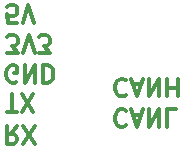
<source format=gbo>
%FSLAX46Y46*%
G04 Gerber Fmt 4.6, Leading zero omitted, Abs format (unit mm)*
G04 Created by KiCad (PCBNEW (2014-10-22 BZR 5214)-product) date Son 07 Dez 2014 11:41:12 CET*
%MOMM*%
G01*
G04 APERTURE LIST*
%ADD10C,0.150000*%
%ADD11C,0.300000*%
G04 APERTURE END LIST*
D10*
D11*
X34115572Y-29626786D02*
X34044143Y-29555357D01*
X33829857Y-29483929D01*
X33687000Y-29483929D01*
X33472715Y-29555357D01*
X33329857Y-29698214D01*
X33258429Y-29841071D01*
X33187000Y-30126786D01*
X33187000Y-30341071D01*
X33258429Y-30626786D01*
X33329857Y-30769643D01*
X33472715Y-30912500D01*
X33687000Y-30983929D01*
X33829857Y-30983929D01*
X34044143Y-30912500D01*
X34115572Y-30841071D01*
X34687000Y-29912500D02*
X35401286Y-29912500D01*
X34544143Y-29483929D02*
X35044143Y-30983929D01*
X35544143Y-29483929D01*
X36044143Y-29483929D02*
X36044143Y-30983929D01*
X36901286Y-29483929D01*
X36901286Y-30983929D01*
X38329858Y-29483929D02*
X37615572Y-29483929D01*
X37615572Y-30983929D01*
X34127500Y-27023286D02*
X34056071Y-26951857D01*
X33841785Y-26880429D01*
X33698928Y-26880429D01*
X33484643Y-26951857D01*
X33341785Y-27094714D01*
X33270357Y-27237571D01*
X33198928Y-27523286D01*
X33198928Y-27737571D01*
X33270357Y-28023286D01*
X33341785Y-28166143D01*
X33484643Y-28309000D01*
X33698928Y-28380429D01*
X33841785Y-28380429D01*
X34056071Y-28309000D01*
X34127500Y-28237571D01*
X34698928Y-27309000D02*
X35413214Y-27309000D01*
X34556071Y-26880429D02*
X35056071Y-28380429D01*
X35556071Y-26880429D01*
X36056071Y-26880429D02*
X36056071Y-28380429D01*
X36913214Y-26880429D01*
X36913214Y-28380429D01*
X37627500Y-26880429D02*
X37627500Y-28380429D01*
X37627500Y-27666143D02*
X38484643Y-27666143D01*
X38484643Y-26880429D02*
X38484643Y-28380429D01*
X24896001Y-30880929D02*
X24396001Y-31595214D01*
X24038858Y-30880929D02*
X24038858Y-32380929D01*
X24610286Y-32380929D01*
X24753144Y-32309500D01*
X24824572Y-32238071D01*
X24896001Y-32095214D01*
X24896001Y-31880929D01*
X24824572Y-31738071D01*
X24753144Y-31666643D01*
X24610286Y-31595214D01*
X24038858Y-31595214D01*
X25396001Y-32380929D02*
X26396001Y-30880929D01*
X26396001Y-32380929D02*
X25396001Y-30880929D01*
X24066643Y-29713929D02*
X24923786Y-29713929D01*
X24495215Y-28213929D02*
X24495215Y-29713929D01*
X25280929Y-29713929D02*
X26280929Y-28213929D01*
X26280929Y-29713929D02*
X25280929Y-28213929D01*
X24828643Y-27166000D02*
X24685786Y-27237429D01*
X24471500Y-27237429D01*
X24257215Y-27166000D01*
X24114357Y-27023143D01*
X24042929Y-26880286D01*
X23971500Y-26594571D01*
X23971500Y-26380286D01*
X24042929Y-26094571D01*
X24114357Y-25951714D01*
X24257215Y-25808857D01*
X24471500Y-25737429D01*
X24614357Y-25737429D01*
X24828643Y-25808857D01*
X24900072Y-25880286D01*
X24900072Y-26380286D01*
X24614357Y-26380286D01*
X25542929Y-25737429D02*
X25542929Y-27237429D01*
X26400072Y-25737429D01*
X26400072Y-27237429D01*
X27114358Y-25737429D02*
X27114358Y-27237429D01*
X27471501Y-27237429D01*
X27685786Y-27166000D01*
X27828644Y-27023143D01*
X27900072Y-26880286D01*
X27971501Y-26594571D01*
X27971501Y-26380286D01*
X27900072Y-26094571D01*
X27828644Y-25951714D01*
X27685786Y-25808857D01*
X27471501Y-25737429D01*
X27114358Y-25737429D01*
X24025458Y-24697429D02*
X24954029Y-24697429D01*
X24454029Y-24126000D01*
X24668315Y-24126000D01*
X24811172Y-24054571D01*
X24882601Y-23983143D01*
X24954029Y-23840286D01*
X24954029Y-23483143D01*
X24882601Y-23340286D01*
X24811172Y-23268857D01*
X24668315Y-23197429D01*
X24239743Y-23197429D01*
X24096886Y-23268857D01*
X24025458Y-23340286D01*
X25382600Y-24697429D02*
X25882600Y-23197429D01*
X26382600Y-24697429D01*
X26739743Y-24697429D02*
X27668314Y-24697429D01*
X27168314Y-24126000D01*
X27382600Y-24126000D01*
X27525457Y-24054571D01*
X27596886Y-23983143D01*
X27668314Y-23840286D01*
X27668314Y-23483143D01*
X27596886Y-23340286D01*
X27525457Y-23268857D01*
X27382600Y-23197429D01*
X26954028Y-23197429D01*
X26811171Y-23268857D01*
X26739743Y-23340286D01*
X24860287Y-22157429D02*
X24146001Y-22157429D01*
X24074572Y-21443143D01*
X24146001Y-21514571D01*
X24288858Y-21586000D01*
X24646001Y-21586000D01*
X24788858Y-21514571D01*
X24860287Y-21443143D01*
X24931715Y-21300286D01*
X24931715Y-20943143D01*
X24860287Y-20800286D01*
X24788858Y-20728857D01*
X24646001Y-20657429D01*
X24288858Y-20657429D01*
X24146001Y-20728857D01*
X24074572Y-20800286D01*
X25360286Y-22157429D02*
X25860286Y-20657429D01*
X26360286Y-22157429D01*
M02*

</source>
